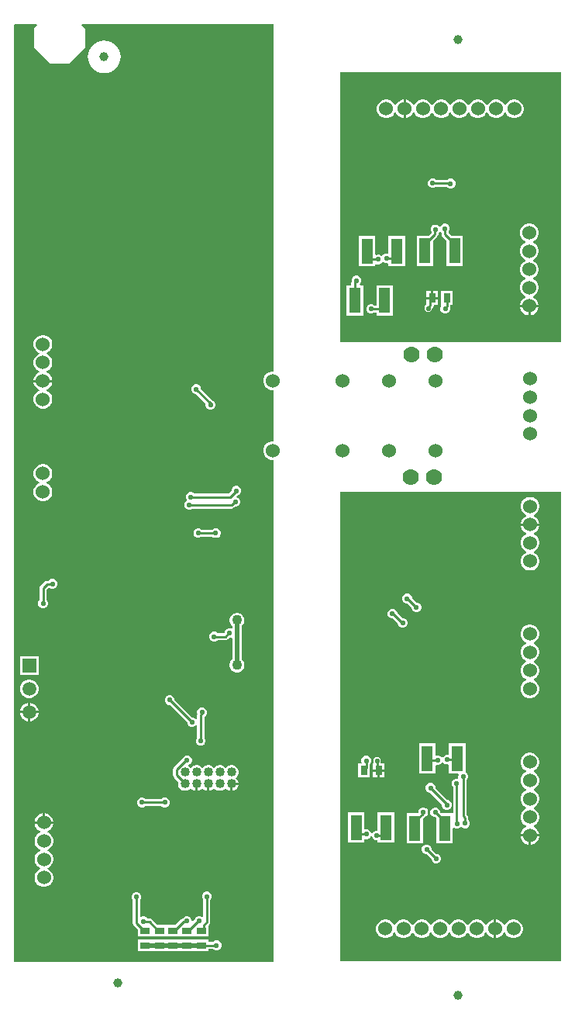
<source format=gbl>
G04*
G04 #@! TF.GenerationSoftware,Altium Limited,Altium Designer,21.3.1 (25)*
G04*
G04 Layer_Physical_Order=2*
G04 Layer_Color=16711680*
%FSLAX25Y25*%
%MOIN*%
G70*
G04*
G04 #@! TF.SameCoordinates,C2895D86-3F53-4CC5-9A74-561D9FEADA75*
G04*
G04*
G04 #@! TF.FilePolarity,Positive*
G04*
G01*
G75*
%ADD12C,0.01000*%
%ADD58R,0.03000X0.04000*%
%ADD73R,0.04000X0.03000*%
%ADD76C,0.03937*%
%ADD82C,0.01968*%
%ADD83C,0.06000*%
%ADD84C,0.04000*%
%ADD85C,0.07000*%
%ADD86C,0.05906*%
%ADD87R,0.05906X0.05906*%
%ADD88C,0.02165*%
%ADD89C,0.02165*%
%ADD90C,0.04331*%
%ADD91C,0.02000*%
%ADD92C,0.04300*%
%ADD93R,0.05118X0.11024*%
G36*
X400875Y465426D02*
X400489Y465104D01*
X305853D01*
Y581032D01*
X305981Y581086D01*
X400875D01*
Y465426D01*
D02*
G37*
G36*
X400824Y400721D02*
X400688Y199093D01*
X305985D01*
X305873Y199365D01*
Y400830D01*
X400280D01*
X400362Y400912D01*
X400824Y400721D01*
D02*
G37*
G36*
X175221Y601814D02*
X175413Y601352D01*
X173987Y599926D01*
Y595926D01*
Y591926D01*
X180987Y584926D01*
X188987D01*
X195987Y591926D01*
Y595926D01*
Y599926D01*
X194562Y601352D01*
X194753Y601814D01*
X277192Y601814D01*
X277192Y452504D01*
X276166D01*
X275149Y452231D01*
X274237Y451705D01*
X273492Y450960D01*
X272966Y450048D01*
X272693Y449031D01*
Y447977D01*
X272966Y446960D01*
X273492Y446048D01*
X274237Y445303D01*
X275149Y444776D01*
X276166Y444504D01*
X277192D01*
Y422504D01*
X276166D01*
X275149Y422231D01*
X274237Y421705D01*
X273492Y420960D01*
X272966Y420048D01*
X272693Y419031D01*
Y417977D01*
X272966Y416960D01*
X273492Y416048D01*
X274237Y415303D01*
X275149Y414777D01*
X276166Y414504D01*
X277192D01*
X277192Y198645D01*
X165469D01*
X165350Y601460D01*
X165703Y601814D01*
X175221Y601814D01*
D02*
G37*
%LPC*%
G36*
X381235Y569354D02*
X380182D01*
X379165Y569082D01*
X378253Y568555D01*
X377508Y567810D01*
X377048Y567015D01*
X376837Y566964D01*
X376706D01*
X376495Y567015D01*
X376035Y567810D01*
X375291Y568555D01*
X374379Y569082D01*
X373361Y569354D01*
X372308D01*
X371291Y569082D01*
X370379Y568555D01*
X369634Y567810D01*
X369175Y567015D01*
X368963Y566964D01*
X368832D01*
X368621Y567015D01*
X368161Y567810D01*
X367417Y568555D01*
X366505Y569082D01*
X365487Y569354D01*
X364434D01*
X363417Y569082D01*
X362505Y568555D01*
X361760Y567810D01*
X361300Y567015D01*
X361089Y566964D01*
X360958D01*
X360747Y567015D01*
X360287Y567810D01*
X359543Y568555D01*
X358630Y569082D01*
X357613Y569354D01*
X356560D01*
X355543Y569082D01*
X354630Y568555D01*
X353886Y567810D01*
X353426Y567015D01*
X353215Y566964D01*
X353084D01*
X352873Y567015D01*
X352413Y567810D01*
X351669Y568555D01*
X350757Y569082D01*
X349739Y569354D01*
X348686D01*
X347669Y569082D01*
X346757Y568555D01*
X346012Y567810D01*
X345552Y567015D01*
X345341Y566964D01*
X345210D01*
X344999Y567015D01*
X344539Y567810D01*
X343795Y568555D01*
X342882Y569082D01*
X341865Y569354D01*
X340812D01*
X339795Y569082D01*
X338882Y568555D01*
X338138Y567810D01*
X337678Y567015D01*
X337467Y566964D01*
X337336D01*
X337125Y567015D01*
X336665Y567810D01*
X335921Y568555D01*
X335009Y569082D01*
X333991Y569354D01*
X333965D01*
Y565354D01*
Y561354D01*
X333991D01*
X335009Y561627D01*
X335921Y562153D01*
X336665Y562898D01*
X337125Y563694D01*
X337336Y563744D01*
X337467D01*
X337678Y563694D01*
X338138Y562898D01*
X338882Y562153D01*
X339795Y561627D01*
X340812Y561354D01*
X341865D01*
X342882Y561627D01*
X343795Y562153D01*
X344539Y562898D01*
X344999Y563694D01*
X345210Y563744D01*
X345341D01*
X345552Y563694D01*
X346012Y562898D01*
X346757Y562153D01*
X347669Y561627D01*
X348686Y561354D01*
X349739D01*
X350757Y561627D01*
X351669Y562153D01*
X352413Y562898D01*
X352873Y563694D01*
X353084Y563744D01*
X353215D01*
X353426Y563694D01*
X353886Y562898D01*
X354630Y562153D01*
X355543Y561627D01*
X356560Y561354D01*
X357613D01*
X358630Y561627D01*
X359543Y562153D01*
X360287Y562898D01*
X360747Y563694D01*
X360958Y563744D01*
X361089D01*
X361300Y563694D01*
X361760Y562898D01*
X362505Y562153D01*
X363417Y561627D01*
X364434Y561354D01*
X365487D01*
X366505Y561627D01*
X367417Y562153D01*
X368161Y562898D01*
X368621Y563694D01*
X368832Y563744D01*
X368963D01*
X369175Y563694D01*
X369634Y562898D01*
X370379Y562153D01*
X371291Y561627D01*
X372308Y561354D01*
X373361D01*
X374379Y561627D01*
X375291Y562153D01*
X376035Y562898D01*
X376495Y563694D01*
X376706Y563744D01*
X376837D01*
X377048Y563694D01*
X377508Y562898D01*
X378253Y562153D01*
X379165Y561627D01*
X380182Y561354D01*
X381235D01*
X382253Y561627D01*
X383165Y562153D01*
X383910Y562898D01*
X384436Y563810D01*
X384709Y564828D01*
Y565881D01*
X384436Y566898D01*
X383910Y567810D01*
X383165Y568555D01*
X382253Y569082D01*
X381235Y569354D01*
D02*
G37*
G36*
X332965D02*
X332938D01*
X331921Y569082D01*
X331009Y568555D01*
X330264Y567810D01*
X329804Y567015D01*
X329593Y566964D01*
X329462D01*
X329251Y567015D01*
X328791Y567810D01*
X328047Y568555D01*
X327134Y569082D01*
X326117Y569354D01*
X325064D01*
X324047Y569082D01*
X323134Y568555D01*
X322390Y567810D01*
X321863Y566898D01*
X321590Y565881D01*
Y564828D01*
X321863Y563810D01*
X322390Y562898D01*
X323134Y562153D01*
X324047Y561627D01*
X325064Y561354D01*
X326117D01*
X327134Y561627D01*
X328047Y562153D01*
X328791Y562898D01*
X329251Y563694D01*
X329462Y563744D01*
X329593D01*
X329804Y563694D01*
X330264Y562898D01*
X331009Y562153D01*
X331921Y561627D01*
X332938Y561354D01*
X332965D01*
Y565354D01*
Y569354D01*
D02*
G37*
G36*
X346035Y535501D02*
X345207D01*
X344441Y535184D01*
X343856Y534598D01*
X343538Y533833D01*
Y533004D01*
X343856Y532239D01*
X344441Y531653D01*
X345207Y531336D01*
X346035D01*
X346801Y531653D01*
X346963Y531815D01*
X351799D01*
X352110Y531504D01*
X352875Y531187D01*
X353704D01*
X354469Y531504D01*
X355055Y532090D01*
X355372Y532856D01*
Y533684D01*
X355055Y534450D01*
X354469Y535036D01*
X353704Y535353D01*
X352875D01*
X352110Y535036D01*
X351948Y534874D01*
X347112D01*
X346801Y535184D01*
X346035Y535501D01*
D02*
G37*
G36*
X351242Y516024D02*
X350413D01*
X349648Y515707D01*
X349062Y515121D01*
X348975Y514910D01*
X348872Y514864D01*
X348401Y514831D01*
X347940Y515292D01*
X347174Y515609D01*
X346346D01*
X345580Y515292D01*
X344995Y514706D01*
X344677Y513940D01*
Y513112D01*
X344995Y512347D01*
X345008Y512333D01*
Y512198D01*
X343637Y510827D01*
X338682D01*
Y497804D01*
X345800D01*
Y508665D01*
X347619Y510483D01*
X347950Y510980D01*
X348067Y511565D01*
Y511887D01*
X348526Y512347D01*
X348575Y512466D01*
X349075Y512563D01*
X349419Y512236D01*
Y511359D01*
X349536Y510773D01*
X349867Y510277D01*
X351480Y508665D01*
Y497804D01*
X358598D01*
Y510827D01*
X353643D01*
X352478Y511992D01*
Y512646D01*
X352593Y512762D01*
X352910Y513527D01*
Y514356D01*
X352593Y515121D01*
X352008Y515707D01*
X351242Y516024D01*
D02*
G37*
G36*
X333739Y510790D02*
X326621D01*
Y503431D01*
X326205Y503153D01*
X326067Y503210D01*
X325239D01*
X324474Y502893D01*
X323888Y502308D01*
X323425Y502215D01*
X323248Y502392D01*
X322482Y502709D01*
X321654D01*
X321357Y502586D01*
X320941Y502864D01*
Y510790D01*
X313823D01*
Y497766D01*
X320941D01*
Y498389D01*
X321357Y498667D01*
X321654Y498544D01*
X322482D01*
X323248Y498861D01*
X323834Y499447D01*
X324297Y499539D01*
X324474Y499362D01*
X325239Y499045D01*
X326067D01*
X326205Y499102D01*
X326621Y498825D01*
Y497766D01*
X333739D01*
Y510790D01*
D02*
G37*
G36*
X347957Y487025D02*
X345957D01*
Y484525D01*
X347957D01*
Y487025D01*
D02*
G37*
G36*
X344957D02*
X342957D01*
Y484525D01*
X344957D01*
Y487025D01*
D02*
G37*
G36*
X387663Y516146D02*
X386609D01*
X385592Y515874D01*
X384680Y515347D01*
X383935Y514602D01*
X383408Y513690D01*
X383136Y512673D01*
Y511620D01*
X383408Y510602D01*
X383935Y509690D01*
X384680Y508945D01*
X385475Y508486D01*
X385526Y508275D01*
Y508143D01*
X385475Y507932D01*
X384680Y507473D01*
X383935Y506728D01*
X383408Y505816D01*
X383136Y504799D01*
Y503746D01*
X383408Y502728D01*
X383935Y501816D01*
X384680Y501071D01*
X385475Y500612D01*
X385526Y500401D01*
Y500269D01*
X385475Y500058D01*
X384680Y499599D01*
X383935Y498854D01*
X383408Y497942D01*
X383136Y496925D01*
Y495871D01*
X383408Y494854D01*
X383935Y493942D01*
X384680Y493197D01*
X385475Y492738D01*
X385526Y492527D01*
Y492395D01*
X385475Y492184D01*
X384680Y491725D01*
X383935Y490980D01*
X383408Y490068D01*
X383136Y489051D01*
Y487997D01*
X383408Y486980D01*
X383935Y486068D01*
X384680Y485323D01*
X385475Y484864D01*
X385526Y484653D01*
Y484521D01*
X385475Y484310D01*
X384680Y483851D01*
X383935Y483106D01*
X383408Y482194D01*
X383136Y481177D01*
Y481150D01*
X387136D01*
X391136D01*
Y481177D01*
X390863Y482194D01*
X390337Y483106D01*
X389592Y483851D01*
X388796Y484310D01*
X388746Y484521D01*
Y484653D01*
X388796Y484864D01*
X389592Y485323D01*
X390337Y486068D01*
X390863Y486980D01*
X391136Y487997D01*
Y489051D01*
X390863Y490068D01*
X390337Y490980D01*
X389592Y491725D01*
X388796Y492184D01*
X388746Y492395D01*
Y492527D01*
X388796Y492738D01*
X389592Y493197D01*
X390337Y493942D01*
X390863Y494854D01*
X391136Y495871D01*
Y496925D01*
X390863Y497942D01*
X390337Y498854D01*
X389592Y499599D01*
X388796Y500058D01*
X388746Y500269D01*
Y500401D01*
X388796Y500612D01*
X389592Y501071D01*
X390337Y501816D01*
X390863Y502728D01*
X391136Y503746D01*
Y504799D01*
X390863Y505816D01*
X390337Y506728D01*
X389592Y507473D01*
X388796Y507932D01*
X388746Y508143D01*
Y508275D01*
X388796Y508486D01*
X389592Y508945D01*
X390337Y509690D01*
X390863Y510602D01*
X391136Y511620D01*
Y512673D01*
X390863Y513690D01*
X390337Y514602D01*
X389592Y515347D01*
X388680Y515874D01*
X387663Y516146D01*
D02*
G37*
G36*
X328511Y489621D02*
X321393D01*
Y480900D01*
X320552D01*
X320269Y481183D01*
X319503Y481500D01*
X318675D01*
X317909Y481183D01*
X317323Y480597D01*
X317006Y479832D01*
Y479003D01*
X317323Y478238D01*
X317909Y477652D01*
X318675Y477335D01*
X319503D01*
X320269Y477652D01*
X320458Y477841D01*
X321393D01*
Y476597D01*
X328511D01*
Y489621D01*
D02*
G37*
G36*
X347957Y483525D02*
X342957D01*
Y483172D01*
X342927Y483025D01*
Y481433D01*
X342569Y481075D01*
X342238Y480579D01*
X342122Y479993D01*
Y479678D01*
X342238Y479093D01*
X342569Y478597D01*
X343066Y478265D01*
X343651Y478149D01*
X344236Y478265D01*
X344732Y478597D01*
X345064Y479093D01*
X345101Y479281D01*
X345538Y479718D01*
X345870Y480214D01*
X345986Y480799D01*
Y481025D01*
X347957D01*
Y483525D01*
D02*
G37*
G36*
X354204Y487025D02*
X349204D01*
Y481025D01*
X349204Y481025D01*
X349197Y480527D01*
X348909Y479832D01*
Y479003D01*
X349226Y478238D01*
X349812Y477652D01*
X350577Y477335D01*
X351406D01*
X352171Y477652D01*
X352757Y478238D01*
X353074Y479003D01*
Y479832D01*
X353063Y479858D01*
X353117Y479939D01*
X353233Y480525D01*
Y481025D01*
X354204D01*
Y487025D01*
D02*
G37*
G36*
X391136Y480150D02*
X387636D01*
Y476650D01*
X387663D01*
X388680Y476923D01*
X389592Y477449D01*
X390337Y478194D01*
X390863Y479106D01*
X391136Y480124D01*
Y480150D01*
D02*
G37*
G36*
X386636D02*
X383136D01*
Y480124D01*
X383408Y479106D01*
X383935Y478194D01*
X384680Y477449D01*
X385592Y476923D01*
X386609Y476650D01*
X386636D01*
Y480150D01*
D02*
G37*
G36*
X313186Y493648D02*
X312357D01*
X311592Y493331D01*
X311006Y492745D01*
X310689Y491980D01*
Y491151D01*
X310714Y491091D01*
X310625Y490641D01*
Y489621D01*
X308595D01*
Y476597D01*
X315713D01*
Y489621D01*
X314479D01*
X314272Y490121D01*
X314537Y490386D01*
X314854Y491151D01*
Y491980D01*
X314537Y492745D01*
X313951Y493331D01*
X313186Y493648D01*
D02*
G37*
G36*
X387966Y398594D02*
X386913D01*
X385896Y398322D01*
X384984Y397795D01*
X384239Y397051D01*
X383712Y396139D01*
X383440Y395121D01*
Y394068D01*
X383712Y393051D01*
X384239Y392139D01*
X384984Y391394D01*
X385779Y390934D01*
X385830Y390723D01*
Y390592D01*
X385779Y390381D01*
X384984Y389921D01*
X384239Y389177D01*
X383712Y388264D01*
X383440Y387247D01*
Y387221D01*
X387440D01*
X391440D01*
Y387247D01*
X391167Y388264D01*
X390640Y389177D01*
X389896Y389921D01*
X389100Y390381D01*
X389050Y390592D01*
Y390723D01*
X389100Y390934D01*
X389896Y391394D01*
X390640Y392139D01*
X391167Y393051D01*
X391440Y394068D01*
Y395121D01*
X391167Y396139D01*
X390640Y397051D01*
X389896Y397795D01*
X388984Y398322D01*
X387966Y398594D01*
D02*
G37*
G36*
X391440Y386221D02*
X387440D01*
X383440D01*
Y386194D01*
X383712Y385177D01*
X384239Y384264D01*
X384984Y383520D01*
X385779Y383060D01*
X385830Y382849D01*
Y382718D01*
X385779Y382507D01*
X384984Y382047D01*
X384239Y381303D01*
X383712Y380391D01*
X383440Y379373D01*
Y378320D01*
X383712Y377303D01*
X384239Y376391D01*
X384984Y375646D01*
X385779Y375186D01*
X385830Y374975D01*
Y374844D01*
X385779Y374633D01*
X384984Y374173D01*
X384239Y373429D01*
X383712Y372516D01*
X383440Y371499D01*
Y370446D01*
X383712Y369429D01*
X384239Y368516D01*
X384984Y367772D01*
X385896Y367245D01*
X386913Y366972D01*
X387966D01*
X388984Y367245D01*
X389896Y367772D01*
X390640Y368516D01*
X391167Y369429D01*
X391440Y370446D01*
Y371499D01*
X391167Y372516D01*
X390640Y373429D01*
X389896Y374173D01*
X389100Y374633D01*
X389050Y374844D01*
Y374975D01*
X389100Y375186D01*
X389896Y375646D01*
X390640Y376391D01*
X391167Y377303D01*
X391440Y378320D01*
Y379373D01*
X391167Y380391D01*
X390640Y381303D01*
X389896Y382047D01*
X389100Y382507D01*
X389050Y382718D01*
Y382849D01*
X389100Y383060D01*
X389896Y383520D01*
X390640Y384264D01*
X391167Y385177D01*
X391440Y386194D01*
Y386221D01*
D02*
G37*
G36*
X335016Y356979D02*
X334187D01*
X333422Y356662D01*
X332836Y356076D01*
X332519Y355311D01*
Y354482D01*
X332836Y353716D01*
X333422Y353131D01*
X334187Y352814D01*
X334654D01*
X336500Y350968D01*
Y350767D01*
X336817Y350001D01*
X337403Y349415D01*
X338168Y349098D01*
X338997D01*
X339762Y349415D01*
X340348Y350001D01*
X340665Y350767D01*
Y351595D01*
X340348Y352361D01*
X339762Y352947D01*
X338997Y353264D01*
X338530D01*
X336684Y355109D01*
Y355311D01*
X336367Y356076D01*
X335781Y356662D01*
X335016Y356979D01*
D02*
G37*
G36*
X328674Y350504D02*
X327846D01*
X327080Y350187D01*
X326494Y349602D01*
X326177Y348836D01*
Y348007D01*
X326494Y347242D01*
X327080Y346656D01*
X327846Y346339D01*
X328421D01*
X330594Y344166D01*
Y344074D01*
X330911Y343308D01*
X331497Y342723D01*
X332263Y342406D01*
X333091D01*
X333857Y342723D01*
X334443Y343308D01*
X334760Y344074D01*
Y344902D01*
X334443Y345668D01*
X333857Y346254D01*
X333091Y346571D01*
X332516D01*
X330343Y348744D01*
Y348836D01*
X330026Y349602D01*
X329440Y350187D01*
X328674Y350504D01*
D02*
G37*
G36*
X387928Y343764D02*
X386875D01*
X385858Y343491D01*
X384946Y342965D01*
X384201Y342220D01*
X383674Y341308D01*
X383402Y340290D01*
Y339237D01*
X383674Y338220D01*
X384201Y337308D01*
X384946Y336563D01*
X385741Y336104D01*
X385792Y335893D01*
Y335761D01*
X385741Y335550D01*
X384946Y335091D01*
X384201Y334346D01*
X383674Y333434D01*
X383402Y332416D01*
Y331363D01*
X383674Y330346D01*
X384201Y329434D01*
X384946Y328689D01*
X385741Y328230D01*
X385792Y328018D01*
Y327887D01*
X385741Y327676D01*
X384946Y327217D01*
X384201Y326472D01*
X383674Y325560D01*
X383402Y324542D01*
Y323489D01*
X383674Y322472D01*
X384201Y321560D01*
X384946Y320815D01*
X385741Y320356D01*
X385792Y320145D01*
Y320013D01*
X385741Y319802D01*
X384946Y319342D01*
X384201Y318598D01*
X383674Y317686D01*
X383402Y316668D01*
Y315615D01*
X383674Y314598D01*
X384201Y313686D01*
X384946Y312941D01*
X385858Y312414D01*
X386875Y312142D01*
X387928D01*
X388946Y312414D01*
X389858Y312941D01*
X390602Y313686D01*
X391129Y314598D01*
X391402Y315615D01*
Y316668D01*
X391129Y317686D01*
X390602Y318598D01*
X389858Y319342D01*
X389062Y319802D01*
X389011Y320013D01*
Y320145D01*
X389062Y320356D01*
X389858Y320815D01*
X390602Y321560D01*
X391129Y322472D01*
X391402Y323489D01*
Y324542D01*
X391129Y325560D01*
X390602Y326472D01*
X389858Y327217D01*
X389062Y327676D01*
X389011Y327887D01*
Y328018D01*
X389062Y328230D01*
X389858Y328689D01*
X390602Y329434D01*
X391129Y330346D01*
X391402Y331363D01*
Y332416D01*
X391129Y333434D01*
X390602Y334346D01*
X389858Y335091D01*
X389062Y335550D01*
X389011Y335761D01*
Y335893D01*
X389062Y336104D01*
X389858Y336563D01*
X390602Y337308D01*
X391129Y338220D01*
X391402Y339237D01*
Y340290D01*
X391129Y341308D01*
X390602Y342220D01*
X389858Y342965D01*
X388946Y343491D01*
X387928Y343764D01*
D02*
G37*
G36*
X359643Y292705D02*
X352525D01*
Y287969D01*
X352259Y287791D01*
X351431D01*
X350665Y287474D01*
X350079Y286888D01*
X350013Y286728D01*
X349708Y286691D01*
X349461Y286702D01*
X348912Y287251D01*
X348146Y287568D01*
X347318D01*
X347260Y287544D01*
X346845Y287822D01*
Y292705D01*
X339726D01*
Y279682D01*
X346845D01*
Y283149D01*
X347260Y283427D01*
X347318Y283403D01*
X348146D01*
X348912Y283720D01*
X349498Y284306D01*
X349564Y284466D01*
X349869Y284503D01*
X350116Y284492D01*
X350665Y283943D01*
X351431Y283626D01*
X352259D01*
X352525Y283448D01*
Y279682D01*
X356376D01*
X356710Y279182D01*
X356590Y278891D01*
Y278063D01*
X356655Y277907D01*
X356272Y277524D01*
X356211Y277549D01*
X355383D01*
X354618Y277232D01*
X354032Y276646D01*
X353714Y275881D01*
Y275052D01*
X354032Y274287D01*
X354358Y273961D01*
Y263152D01*
X354227Y262706D01*
X349272D01*
X348790Y263188D01*
Y263496D01*
X348473Y264261D01*
X347887Y264847D01*
X347121Y265164D01*
X346293D01*
X345527Y264847D01*
X344942Y264261D01*
X344624Y263496D01*
Y262667D01*
X344942Y261902D01*
X345527Y261316D01*
X346293Y260999D01*
X346654D01*
X347109Y260543D01*
Y249682D01*
X354227D01*
Y256229D01*
X354689Y256420D01*
X354797Y256313D01*
X355563Y255996D01*
X356391D01*
X357157Y256313D01*
X357743Y256898D01*
X357979Y256946D01*
X358340Y256585D01*
X359105Y256268D01*
X359934D01*
X360699Y256585D01*
X361285Y257171D01*
X361602Y257936D01*
Y258765D01*
X361285Y259530D01*
X360826Y259990D01*
Y260810D01*
X360709Y261395D01*
X360378Y261891D01*
X360202Y262067D01*
Y277061D01*
X360438Y277297D01*
X360755Y278063D01*
Y278891D01*
X360438Y279657D01*
X359853Y280242D01*
X359643Y280329D01*
Y292705D01*
D02*
G37*
G36*
X321690Y286750D02*
X321105Y286634D01*
X320608Y286302D01*
X320277Y285806D01*
X320160Y285221D01*
Y284102D01*
X319858D01*
Y281602D01*
X322358D01*
X324858D01*
Y284102D01*
X323219D01*
Y285221D01*
X323103Y285806D01*
X322771Y286302D01*
X322275Y286634D01*
X321690Y286750D01*
D02*
G37*
G36*
X324858Y280602D02*
X322858D01*
Y278101D01*
X324858D01*
Y280602D01*
D02*
G37*
G36*
X321858D02*
X319858D01*
Y278101D01*
X321858D01*
Y280602D01*
D02*
G37*
G36*
X317386Y287303D02*
X316558D01*
X315792Y286986D01*
X315206Y286401D01*
X314889Y285635D01*
Y284806D01*
X315009Y284517D01*
X314731Y284102D01*
X313611D01*
Y278101D01*
X318611D01*
Y283914D01*
X318738Y284041D01*
X319055Y284806D01*
Y285635D01*
X318738Y286401D01*
X318152Y286986D01*
X317386Y287303D01*
D02*
G37*
G36*
X345043Y275707D02*
X344214D01*
X343449Y275390D01*
X342863Y274804D01*
X342546Y274038D01*
Y273210D01*
X342863Y272444D01*
X343449Y271858D01*
X344214Y271541D01*
X344373D01*
X349572Y266342D01*
Y265833D01*
X349889Y265067D01*
X350475Y264481D01*
X351241Y264164D01*
X352069D01*
X352835Y264481D01*
X353421Y265067D01*
X353738Y265833D01*
Y266661D01*
X353421Y267427D01*
X352835Y268013D01*
X352069Y268330D01*
X351910D01*
X346711Y273529D01*
Y274038D01*
X346394Y274804D01*
X345808Y275390D01*
X345043Y275707D01*
D02*
G37*
G36*
X328992Y263097D02*
X321874D01*
Y255262D01*
X321820Y255226D01*
X320991D01*
X320226Y254909D01*
X319640Y254323D01*
X319542Y254088D01*
X319318Y254072D01*
X319022Y254137D01*
X318739Y254820D01*
X318153Y255406D01*
X317388Y255723D01*
X316559D01*
X316194Y255967D01*
Y263097D01*
X309075D01*
Y250073D01*
X316194D01*
Y251314D01*
X316559Y251558D01*
X317388D01*
X318153Y251875D01*
X318739Y252461D01*
X318836Y252696D01*
X319061Y252712D01*
X319357Y252647D01*
X319640Y251964D01*
X320226Y251378D01*
X320991Y251061D01*
X321820D01*
X321874Y251025D01*
Y250073D01*
X328992D01*
Y263097D01*
D02*
G37*
G36*
X387928Y288646D02*
X386875D01*
X385858Y288373D01*
X384946Y287846D01*
X384201Y287102D01*
X383674Y286190D01*
X383402Y285172D01*
Y284119D01*
X383674Y283102D01*
X384201Y282190D01*
X384946Y281445D01*
X385741Y280985D01*
X385792Y280774D01*
Y280643D01*
X385741Y280432D01*
X384946Y279973D01*
X384201Y279228D01*
X383674Y278316D01*
X383402Y277298D01*
Y276245D01*
X383674Y275228D01*
X384201Y274316D01*
X384946Y273571D01*
X385741Y273112D01*
X385792Y272900D01*
Y272769D01*
X385741Y272558D01*
X384946Y272098D01*
X384201Y271354D01*
X383674Y270442D01*
X383402Y269424D01*
Y268371D01*
X383674Y267354D01*
X384201Y266442D01*
X384946Y265697D01*
X385741Y265237D01*
X385792Y265026D01*
Y264895D01*
X385741Y264684D01*
X384946Y264224D01*
X384201Y263480D01*
X383674Y262568D01*
X383402Y261550D01*
Y260497D01*
X383674Y259480D01*
X384201Y258568D01*
X384946Y257823D01*
X385741Y257364D01*
X385792Y257152D01*
Y257021D01*
X385741Y256810D01*
X384946Y256350D01*
X384201Y255606D01*
X383674Y254694D01*
X383402Y253676D01*
Y253650D01*
X387402D01*
X391402D01*
Y253676D01*
X391129Y254694D01*
X390602Y255606D01*
X389858Y256350D01*
X389062Y256810D01*
X389011Y257021D01*
Y257152D01*
X389062Y257364D01*
X389858Y257823D01*
X390602Y258568D01*
X391129Y259480D01*
X391402Y260497D01*
Y261550D01*
X391129Y262568D01*
X390602Y263480D01*
X389858Y264224D01*
X389062Y264684D01*
X389011Y264895D01*
Y265026D01*
X389062Y265237D01*
X389858Y265697D01*
X390602Y266442D01*
X391129Y267354D01*
X391402Y268371D01*
Y269424D01*
X391129Y270442D01*
X390602Y271354D01*
X389858Y272098D01*
X389062Y272558D01*
X389011Y272769D01*
Y272900D01*
X389062Y273112D01*
X389858Y273571D01*
X390602Y274316D01*
X391129Y275228D01*
X391402Y276245D01*
Y277298D01*
X391129Y278316D01*
X390602Y279228D01*
X389858Y279973D01*
X389062Y280432D01*
X389011Y280643D01*
Y280774D01*
X389062Y280985D01*
X389858Y281445D01*
X390602Y282190D01*
X391129Y283102D01*
X391402Y284119D01*
Y285172D01*
X391129Y286190D01*
X390602Y287102D01*
X389858Y287846D01*
X388946Y288373D01*
X387928Y288646D01*
D02*
G37*
G36*
X341948Y265260D02*
X341120D01*
X340354Y264943D01*
X339769Y264357D01*
X339452Y263591D01*
Y262891D01*
X339266Y262706D01*
X334311D01*
Y249682D01*
X341429D01*
Y260543D01*
X342004Y261117D01*
X342714Y261411D01*
X343300Y261997D01*
X343617Y262763D01*
Y263591D01*
X343300Y264357D01*
X342714Y264943D01*
X341948Y265260D01*
D02*
G37*
G36*
X391402Y252650D02*
X387902D01*
Y249150D01*
X387928D01*
X388946Y249422D01*
X389858Y249949D01*
X390602Y250694D01*
X391129Y251606D01*
X391402Y252623D01*
Y252650D01*
D02*
G37*
G36*
X386902D02*
X383402D01*
Y252623D01*
X383674Y251606D01*
X384201Y250694D01*
X384946Y249949D01*
X385858Y249422D01*
X386875Y249150D01*
X386902D01*
Y252650D01*
D02*
G37*
G36*
X343433Y249223D02*
X342605D01*
X341839Y248906D01*
X341254Y248320D01*
X340936Y247554D01*
Y246726D01*
X341254Y245960D01*
X341839Y245374D01*
X342605Y245057D01*
X342990D01*
X344978Y243069D01*
Y242786D01*
X345295Y242021D01*
X345881Y241435D01*
X346646Y241118D01*
X347475D01*
X348240Y241435D01*
X348826Y242021D01*
X349143Y242786D01*
Y243615D01*
X348826Y244380D01*
X348240Y244966D01*
X347475Y245283D01*
X347090D01*
X345102Y247271D01*
Y247554D01*
X344785Y248320D01*
X344199Y248906D01*
X343433Y249223D01*
D02*
G37*
G36*
X371941Y217032D02*
X371914D01*
X370897Y216759D01*
X369985Y216232D01*
X369240Y215488D01*
X368781Y214692D01*
X368570Y214641D01*
X368438D01*
X368227Y214692D01*
X367768Y215488D01*
X367023Y216232D01*
X366111Y216759D01*
X365093Y217032D01*
X364040D01*
X363023Y216759D01*
X362111Y216232D01*
X361366Y215488D01*
X360907Y214692D01*
X360696Y214641D01*
X360564D01*
X360353Y214692D01*
X359894Y215488D01*
X359149Y216232D01*
X358237Y216759D01*
X357220Y217032D01*
X356166D01*
X355149Y216759D01*
X354237Y216232D01*
X353492Y215488D01*
X353033Y214692D01*
X352822Y214641D01*
X352690D01*
X352479Y214692D01*
X352020Y215488D01*
X351275Y216232D01*
X350363Y216759D01*
X349345Y217032D01*
X348292D01*
X347275Y216759D01*
X346363Y216232D01*
X345618Y215488D01*
X345159Y214692D01*
X344948Y214641D01*
X344816D01*
X344605Y214692D01*
X344146Y215488D01*
X343401Y216232D01*
X342489Y216759D01*
X341472Y217032D01*
X340418D01*
X339401Y216759D01*
X338489Y216232D01*
X337744Y215488D01*
X337285Y214692D01*
X337073Y214641D01*
X336942D01*
X336731Y214692D01*
X336272Y215488D01*
X335527Y216232D01*
X334615Y216759D01*
X333597Y217032D01*
X332544D01*
X331527Y216759D01*
X330615Y216232D01*
X329870Y215488D01*
X329411Y214692D01*
X329200Y214641D01*
X329068D01*
X328857Y214692D01*
X328398Y215488D01*
X327653Y216232D01*
X326741Y216759D01*
X325724Y217032D01*
X324670D01*
X323653Y216759D01*
X322741Y216232D01*
X321996Y215488D01*
X321469Y214575D01*
X321197Y213558D01*
Y212505D01*
X321469Y211488D01*
X321996Y210575D01*
X322741Y209831D01*
X323653Y209304D01*
X324670Y209032D01*
X325724D01*
X326741Y209304D01*
X327653Y209831D01*
X328398Y210575D01*
X328857Y211371D01*
X329068Y211422D01*
X329200D01*
X329411Y211371D01*
X329870Y210575D01*
X330615Y209831D01*
X331527Y209304D01*
X332544Y209032D01*
X333597D01*
X334615Y209304D01*
X335527Y209831D01*
X336272Y210575D01*
X336731Y211371D01*
X336942Y211422D01*
X337073D01*
X337285Y211371D01*
X337744Y210575D01*
X338489Y209831D01*
X339401Y209304D01*
X340418Y209032D01*
X341472D01*
X342489Y209304D01*
X343401Y209831D01*
X344146Y210575D01*
X344605Y211371D01*
X344816Y211422D01*
X344948D01*
X345159Y211371D01*
X345618Y210575D01*
X346363Y209831D01*
X347275Y209304D01*
X348292Y209032D01*
X349345D01*
X350363Y209304D01*
X351275Y209831D01*
X352020Y210575D01*
X352479Y211371D01*
X352690Y211422D01*
X352822D01*
X353033Y211371D01*
X353492Y210575D01*
X354237Y209831D01*
X355149Y209304D01*
X356166Y209032D01*
X357220D01*
X358237Y209304D01*
X359149Y209831D01*
X359894Y210575D01*
X360353Y211371D01*
X360564Y211422D01*
X360696D01*
X360907Y211371D01*
X361366Y210575D01*
X362111Y209831D01*
X363023Y209304D01*
X364040Y209032D01*
X365093D01*
X366111Y209304D01*
X367023Y209831D01*
X367768Y210575D01*
X368227Y211371D01*
X368438Y211422D01*
X368570D01*
X368781Y211371D01*
X369240Y210575D01*
X369985Y209831D01*
X370897Y209304D01*
X371914Y209032D01*
X371941D01*
Y213032D01*
Y217032D01*
D02*
G37*
G36*
X380842D02*
X379788D01*
X378771Y216759D01*
X377859Y216232D01*
X377114Y215488D01*
X376655Y214692D01*
X376444Y214641D01*
X376312D01*
X376101Y214692D01*
X375642Y215488D01*
X374897Y216232D01*
X373985Y216759D01*
X372968Y217032D01*
X372941D01*
Y213032D01*
Y209032D01*
X372968D01*
X373985Y209304D01*
X374897Y209831D01*
X375642Y210575D01*
X376101Y211371D01*
X376312Y211422D01*
X376444D01*
X376655Y211371D01*
X377114Y210575D01*
X377859Y209831D01*
X378771Y209304D01*
X379788Y209032D01*
X380842D01*
X381859Y209304D01*
X382771Y209831D01*
X383516Y210575D01*
X384042Y211488D01*
X384315Y212505D01*
Y213558D01*
X384042Y214575D01*
X383516Y215488D01*
X382771Y216232D01*
X381859Y216759D01*
X380842Y217032D01*
D02*
G37*
G36*
X204269Y594709D02*
X202896Y594574D01*
X201577Y594173D01*
X200361Y593523D01*
X199295Y592649D01*
X198420Y591583D01*
X197770Y590367D01*
X197370Y589047D01*
X197235Y587675D01*
X197370Y586303D01*
X197770Y584983D01*
X198420Y583767D01*
X199295Y582701D01*
X200361Y581826D01*
X201577Y581176D01*
X202896Y580776D01*
X204269Y580641D01*
X205641Y580776D01*
X206960Y581176D01*
X208176Y581826D01*
X209242Y582701D01*
X210117Y583767D01*
X210767Y584983D01*
X211167Y586303D01*
X211302Y587675D01*
X211167Y589047D01*
X210767Y590367D01*
X210117Y591583D01*
X209242Y592649D01*
X208176Y593523D01*
X206960Y594173D01*
X205641Y594574D01*
X204269Y594709D01*
D02*
G37*
G36*
X178479Y468173D02*
X177426D01*
X176409Y467901D01*
X175497Y467374D01*
X174752Y466629D01*
X174225Y465717D01*
X173953Y464700D01*
Y463647D01*
X174225Y462629D01*
X174752Y461717D01*
X175497Y460972D01*
X176292Y460513D01*
X176343Y460302D01*
Y460171D01*
X176292Y459959D01*
X175497Y459500D01*
X174752Y458755D01*
X174225Y457843D01*
X173953Y456826D01*
Y455773D01*
X174225Y454755D01*
X174752Y453843D01*
X175497Y453098D01*
X176292Y452639D01*
X176343Y452428D01*
Y452296D01*
X176292Y452085D01*
X175497Y451626D01*
X174752Y450881D01*
X174225Y449969D01*
X173953Y448952D01*
Y448925D01*
X177953D01*
X181953D01*
Y448952D01*
X181680Y449969D01*
X181154Y450881D01*
X180409Y451626D01*
X179613Y452085D01*
X179563Y452296D01*
Y452428D01*
X179613Y452639D01*
X180409Y453098D01*
X181154Y453843D01*
X181680Y454755D01*
X181953Y455773D01*
Y456826D01*
X181680Y457843D01*
X181154Y458755D01*
X180409Y459500D01*
X179613Y459959D01*
X179563Y460171D01*
Y460302D01*
X179613Y460513D01*
X180409Y460972D01*
X181154Y461717D01*
X181680Y462629D01*
X181953Y463647D01*
Y464700D01*
X181680Y465717D01*
X181154Y466629D01*
X180409Y467374D01*
X179497Y467901D01*
X178479Y468173D01*
D02*
G37*
G36*
X181953Y447925D02*
X177953D01*
X173953D01*
Y447899D01*
X174225Y446881D01*
X174752Y445969D01*
X175497Y445224D01*
X176292Y444765D01*
X176343Y444554D01*
Y444422D01*
X176292Y444211D01*
X175497Y443752D01*
X174752Y443007D01*
X174225Y442095D01*
X173953Y441078D01*
Y440025D01*
X174225Y439007D01*
X174752Y438095D01*
X175497Y437350D01*
X176409Y436824D01*
X177426Y436551D01*
X178479D01*
X179497Y436824D01*
X180409Y437350D01*
X181154Y438095D01*
X181680Y439007D01*
X181953Y440025D01*
Y441078D01*
X181680Y442095D01*
X181154Y443007D01*
X180409Y443752D01*
X179613Y444211D01*
X179563Y444422D01*
Y444554D01*
X179613Y444765D01*
X180409Y445224D01*
X181154Y445969D01*
X181680Y446881D01*
X181953Y447899D01*
Y447925D01*
D02*
G37*
G36*
X244284Y446965D02*
X243456D01*
X242690Y446648D01*
X242104Y446062D01*
X241787Y445296D01*
Y444468D01*
X242104Y443702D01*
X242690Y443116D01*
X243456Y442799D01*
X243790D01*
X247937Y438652D01*
X247917Y438603D01*
Y437775D01*
X248234Y437009D01*
X248820Y436423D01*
X249586Y436106D01*
X250414D01*
X251180Y436423D01*
X251766Y437009D01*
X252083Y437775D01*
Y438603D01*
X251766Y439369D01*
X251180Y439955D01*
X250805Y440110D01*
X245953Y444962D01*
Y445296D01*
X245636Y446062D01*
X245050Y446648D01*
X244284Y446965D01*
D02*
G37*
G36*
X261524Y403367D02*
X260696D01*
X259930Y403050D01*
X259344Y402464D01*
X259027Y401698D01*
Y401365D01*
X257801Y400138D01*
X242937D01*
X242701Y400375D01*
X241935Y400692D01*
X241107D01*
X240341Y400375D01*
X239755Y399789D01*
X239438Y399023D01*
Y398195D01*
X239755Y397429D01*
X239818Y397366D01*
X239673Y396805D01*
X239173Y396305D01*
X238856Y395539D01*
Y394711D01*
X239173Y393946D01*
X239759Y393360D01*
X240524Y393042D01*
X241353D01*
X242118Y393360D01*
X242354Y393596D01*
X258983D01*
X259568Y393712D01*
X260065Y394044D01*
X260395Y394374D01*
X261044D01*
X261810Y394691D01*
X262396Y395277D01*
X262713Y396042D01*
Y396871D01*
X262396Y397636D01*
X261810Y398222D01*
X261397Y398393D01*
X261236Y398945D01*
X261433Y399202D01*
X261524D01*
X262290Y399519D01*
X262875Y400105D01*
X263193Y400870D01*
Y401698D01*
X262875Y402464D01*
X262290Y403050D01*
X261524Y403367D01*
D02*
G37*
G36*
X178479Y412661D02*
X177426D01*
X176409Y412389D01*
X175497Y411862D01*
X174752Y411118D01*
X174225Y410205D01*
X173953Y409188D01*
Y408135D01*
X174225Y407118D01*
X174752Y406205D01*
X175497Y405461D01*
X176292Y405001D01*
X176343Y404790D01*
Y404659D01*
X176292Y404448D01*
X175497Y403988D01*
X174752Y403243D01*
X174225Y402331D01*
X173953Y401314D01*
Y400261D01*
X174225Y399243D01*
X174752Y398331D01*
X175497Y397587D01*
X176409Y397060D01*
X177426Y396787D01*
X178479D01*
X179497Y397060D01*
X180409Y397587D01*
X181154Y398331D01*
X181680Y399243D01*
X181953Y400261D01*
Y401314D01*
X181680Y402331D01*
X181154Y403243D01*
X180409Y403988D01*
X179613Y404448D01*
X179563Y404659D01*
Y404790D01*
X179613Y405001D01*
X180409Y405461D01*
X181154Y406205D01*
X181680Y407118D01*
X181953Y408135D01*
Y409188D01*
X181680Y410205D01*
X181154Y411118D01*
X180409Y411862D01*
X179497Y412389D01*
X178479Y412661D01*
D02*
G37*
G36*
X245127Y385155D02*
X244299D01*
X243533Y384838D01*
X242948Y384252D01*
X242630Y383487D01*
Y382658D01*
X242948Y381892D01*
X243533Y381307D01*
X244299Y380990D01*
X245127D01*
X245893Y381307D01*
X246119Y381533D01*
X250861D01*
X251107Y381288D01*
X251872Y380971D01*
X252701D01*
X253466Y381288D01*
X254052Y381873D01*
X254369Y382639D01*
Y383468D01*
X254052Y384233D01*
X253466Y384819D01*
X252701Y385136D01*
X251872D01*
X251107Y384819D01*
X250880Y384592D01*
X246139D01*
X245893Y384838D01*
X245127Y385155D01*
D02*
G37*
G36*
X182428Y363346D02*
X181599D01*
X180834Y363029D01*
X180375Y362569D01*
X179685D01*
X179100Y362453D01*
X178604Y362122D01*
X176896Y360414D01*
X176565Y359917D01*
X176448Y359332D01*
Y354211D01*
X176212Y353975D01*
X175895Y353209D01*
Y352380D01*
X176212Y351615D01*
X176798Y351029D01*
X177563Y350712D01*
X178392D01*
X179157Y351029D01*
X179743Y351615D01*
X180060Y352380D01*
Y353209D01*
X179743Y353975D01*
X179507Y354211D01*
Y358699D01*
X180319Y359511D01*
X180821D01*
X180834Y359497D01*
X181599Y359180D01*
X182428D01*
X183194Y359497D01*
X183779Y360083D01*
X184096Y360849D01*
Y361677D01*
X183779Y362443D01*
X183194Y363029D01*
X182428Y363346D01*
D02*
G37*
G36*
X261832Y348819D02*
X261003D01*
X260202Y348605D01*
X259483Y348190D01*
X258897Y347603D01*
X258482Y346885D01*
X258267Y346084D01*
Y345255D01*
X258482Y344453D01*
X258897Y343735D01*
X259394Y343238D01*
Y342395D01*
X258979Y342117D01*
X258682Y342240D01*
X257854D01*
X257088Y341923D01*
X256502Y341337D01*
X256185Y340572D01*
Y340553D01*
X255720Y340089D01*
X252991D01*
X252754Y340325D01*
X251989Y340642D01*
X251161D01*
X250395Y340325D01*
X249809Y339739D01*
X249492Y338973D01*
Y338145D01*
X249809Y337379D01*
X250395Y336793D01*
X251161Y336476D01*
X251989D01*
X252754Y336793D01*
X252991Y337030D01*
X256354D01*
X256939Y337146D01*
X257435Y337478D01*
X258033Y338075D01*
X258682D01*
X258979Y338198D01*
X259394Y337920D01*
Y328810D01*
X258897Y328312D01*
X258482Y327594D01*
X258267Y326793D01*
Y325963D01*
X258482Y325162D01*
X258897Y324444D01*
X259483Y323857D01*
X260202Y323443D01*
X261003Y323228D01*
X261832D01*
X262633Y323443D01*
X263351Y323857D01*
X263938Y324444D01*
X264353Y325162D01*
X264567Y325963D01*
Y326793D01*
X264353Y327594D01*
X263938Y328312D01*
X263440Y328810D01*
Y343238D01*
X263938Y343735D01*
X264353Y344453D01*
X264567Y345255D01*
Y346084D01*
X264353Y346885D01*
X263938Y347603D01*
X263351Y348190D01*
X262633Y348605D01*
X261832Y348819D01*
D02*
G37*
G36*
X176000Y330095D02*
X168095D01*
Y322189D01*
X176000D01*
Y330095D01*
D02*
G37*
G36*
X172568Y320094D02*
X171527D01*
X170521Y319825D01*
X169620Y319305D01*
X168884Y318569D01*
X168364Y317667D01*
X168095Y316662D01*
Y315621D01*
X168364Y314616D01*
X168884Y313715D01*
X169620Y312979D01*
X170521Y312458D01*
X171527Y312189D01*
X172568D01*
X173573Y312458D01*
X174474Y312979D01*
X175210Y313715D01*
X175731Y314616D01*
X176000Y315621D01*
Y316662D01*
X175731Y317667D01*
X175210Y318569D01*
X174474Y319305D01*
X173573Y319825D01*
X172568Y320094D01*
D02*
G37*
G36*
Y310094D02*
X172547D01*
Y306642D01*
X176000D01*
Y306662D01*
X175731Y307667D01*
X175210Y308569D01*
X174474Y309305D01*
X173573Y309825D01*
X172568Y310094D01*
D02*
G37*
G36*
X171547D02*
X171527D01*
X170521Y309825D01*
X169620Y309305D01*
X168884Y308569D01*
X168364Y307667D01*
X168095Y306662D01*
Y306642D01*
X171547D01*
Y310094D01*
D02*
G37*
G36*
X176000Y305642D02*
X172547D01*
Y302189D01*
X172568D01*
X173573Y302458D01*
X174474Y302979D01*
X175210Y303715D01*
X175731Y304616D01*
X176000Y305621D01*
Y305642D01*
D02*
G37*
G36*
X171547D02*
X168095D01*
Y305621D01*
X168364Y304616D01*
X168884Y303715D01*
X169620Y302979D01*
X170521Y302458D01*
X171527Y302189D01*
X171547D01*
Y305642D01*
D02*
G37*
G36*
X232814Y313423D02*
X231986D01*
X231220Y313106D01*
X230634Y312520D01*
X230317Y311755D01*
Y310926D01*
X230634Y310161D01*
X231220Y309575D01*
X231986Y309258D01*
X232411D01*
X239991Y301678D01*
Y301344D01*
X240308Y300578D01*
X240894Y299993D01*
X241659Y299676D01*
X242488D01*
X243253Y299993D01*
X243772Y300511D01*
X244089Y300451D01*
X244272Y300358D01*
Y295162D01*
X244036Y294926D01*
X243719Y294160D01*
Y293332D01*
X244036Y292566D01*
X244621Y291980D01*
X245387Y291663D01*
X246216D01*
X246981Y291980D01*
X247567Y292566D01*
X247884Y293332D01*
Y294160D01*
X247567Y294926D01*
X247331Y295162D01*
Y304137D01*
X247477Y304198D01*
X248063Y304784D01*
X248380Y305549D01*
Y306378D01*
X248063Y307143D01*
X247477Y307729D01*
X246712Y308046D01*
X245883D01*
X245118Y307729D01*
X244532Y307143D01*
X244215Y306378D01*
Y305549D01*
X244307Y305327D01*
X244272Y305152D01*
Y303158D01*
X244089Y303065D01*
X243772Y303005D01*
X243253Y303524D01*
X242488Y303841D01*
X242154D01*
X234483Y311512D01*
Y311755D01*
X234166Y312520D01*
X233580Y313106D01*
X232814Y313423D01*
D02*
G37*
G36*
X262027Y274815D02*
X259555D01*
Y272343D01*
X260213Y272519D01*
X260897Y272914D01*
X261456Y273473D01*
X261851Y274157D01*
X262027Y274815D01*
D02*
G37*
G36*
X240314Y287495D02*
X239486D01*
X238720Y287178D01*
X238135Y286592D01*
X238041Y286366D01*
X237899Y286271D01*
X234302Y282675D01*
X233970Y282178D01*
X233854Y281593D01*
Y278987D01*
X233970Y278401D01*
X234302Y277905D01*
X236149Y276059D01*
X236055Y275710D01*
Y274920D01*
X236260Y274157D01*
X236654Y273473D01*
X237213Y272914D01*
X237897Y272519D01*
X238660Y272315D01*
X239450D01*
X240213Y272519D01*
X240897Y272914D01*
X241216Y273233D01*
X241555Y273418D01*
X241895Y273233D01*
X242213Y272914D01*
X242897Y272519D01*
X243555Y272343D01*
Y275315D01*
X244555D01*
Y272343D01*
X245213Y272519D01*
X245897Y272914D01*
X246216Y273233D01*
X246555Y273418D01*
X246895Y273233D01*
X247213Y272914D01*
X247897Y272519D01*
X248555Y272343D01*
Y275315D01*
X249555D01*
Y272343D01*
X250213Y272519D01*
X250897Y272914D01*
X251216Y273233D01*
X251555Y273418D01*
X251894Y273233D01*
X252213Y272914D01*
X252897Y272519D01*
X253660Y272315D01*
X254450D01*
X255213Y272519D01*
X255897Y272914D01*
X256216Y273233D01*
X256555Y273418D01*
X256894Y273233D01*
X257213Y272914D01*
X257897Y272519D01*
X258555Y272343D01*
Y275315D01*
X259055D01*
Y275815D01*
X262027D01*
X261851Y276473D01*
X261456Y277157D01*
X261137Y277476D01*
X260951Y277815D01*
X261137Y278154D01*
X261456Y278473D01*
X261851Y279157D01*
X262055Y279920D01*
Y280710D01*
X261851Y281473D01*
X261456Y282157D01*
X260897Y282716D01*
X260213Y283110D01*
X259450Y283315D01*
X258660D01*
X257897Y283110D01*
X257213Y282716D01*
X256894Y282397D01*
X256555Y282211D01*
X256216Y282397D01*
X255897Y282716D01*
X255213Y283110D01*
X254450Y283315D01*
X253660D01*
X252897Y283110D01*
X252213Y282716D01*
X251894Y282397D01*
X251555Y282211D01*
X251216Y282397D01*
X250897Y282716D01*
X250213Y283110D01*
X249450Y283315D01*
X248660D01*
X247897Y283110D01*
X247213Y282716D01*
X246895Y282397D01*
X246555Y282211D01*
X246216Y282397D01*
X245897Y282716D01*
X245213Y283110D01*
X244450Y283315D01*
X243660D01*
X242897Y283110D01*
X242213Y282716D01*
X241895Y282397D01*
X241555Y282211D01*
X241216Y282397D01*
X240897Y282716D01*
X240580Y282899D01*
X240616Y283455D01*
X241080Y283647D01*
X241666Y284233D01*
X241983Y284998D01*
Y285827D01*
X241666Y286592D01*
X241080Y287178D01*
X240314Y287495D01*
D02*
G37*
G36*
X230729Y269406D02*
X229901D01*
X229135Y269089D01*
X228899Y268852D01*
X221888D01*
X221652Y269089D01*
X220887Y269406D01*
X220058D01*
X219293Y269089D01*
X218707Y268503D01*
X218390Y267737D01*
Y266909D01*
X218707Y266143D01*
X219293Y265557D01*
X220058Y265240D01*
X220887D01*
X221652Y265557D01*
X221888Y265793D01*
X228899D01*
X229135Y265557D01*
X229901Y265240D01*
X230729D01*
X231495Y265557D01*
X232081Y266143D01*
X232398Y266909D01*
Y267737D01*
X232081Y268503D01*
X231495Y269089D01*
X230729Y269406D01*
D02*
G37*
G36*
X178873Y262661D02*
X178847D01*
Y259161D01*
X182346D01*
Y259188D01*
X182074Y260205D01*
X181547Y261118D01*
X180803Y261862D01*
X179890Y262389D01*
X178873Y262661D01*
D02*
G37*
G36*
X177847D02*
X177820D01*
X176803Y262389D01*
X175890Y261862D01*
X175146Y261118D01*
X174619Y260205D01*
X174346Y259188D01*
Y259161D01*
X177847D01*
Y262661D01*
D02*
G37*
G36*
X182346Y258161D02*
X178347D01*
X174346D01*
Y258135D01*
X174619Y257118D01*
X175146Y256205D01*
X175890Y255461D01*
X176686Y255001D01*
X176737Y254790D01*
Y254659D01*
X176686Y254448D01*
X175890Y253988D01*
X175146Y253243D01*
X174619Y252331D01*
X174346Y251314D01*
Y250261D01*
X174619Y249243D01*
X175146Y248331D01*
X175890Y247587D01*
X176686Y247127D01*
X176737Y246916D01*
Y246785D01*
X176686Y246574D01*
X175890Y246114D01*
X175146Y245370D01*
X174619Y244457D01*
X174346Y243440D01*
Y242387D01*
X174619Y241370D01*
X175146Y240457D01*
X175890Y239713D01*
X176686Y239253D01*
X176737Y239042D01*
Y238911D01*
X176686Y238700D01*
X175890Y238240D01*
X175146Y237495D01*
X174619Y236583D01*
X174346Y235566D01*
Y234513D01*
X174619Y233495D01*
X175146Y232583D01*
X175890Y231839D01*
X176803Y231312D01*
X177820Y231039D01*
X178873D01*
X179890Y231312D01*
X180803Y231839D01*
X181547Y232583D01*
X182074Y233495D01*
X182346Y234513D01*
Y235566D01*
X182074Y236583D01*
X181547Y237495D01*
X180803Y238240D01*
X180007Y238700D01*
X179956Y238911D01*
Y239042D01*
X180007Y239253D01*
X180803Y239713D01*
X181547Y240457D01*
X182074Y241370D01*
X182346Y242387D01*
Y243440D01*
X182074Y244457D01*
X181547Y245370D01*
X180803Y246114D01*
X180007Y246574D01*
X179956Y246785D01*
Y246916D01*
X180007Y247127D01*
X180803Y247587D01*
X181547Y248331D01*
X182074Y249243D01*
X182346Y250261D01*
Y251314D01*
X182074Y252331D01*
X181547Y253243D01*
X180803Y253988D01*
X180007Y254448D01*
X179956Y254659D01*
Y254790D01*
X180007Y255001D01*
X180803Y255461D01*
X181547Y256205D01*
X182074Y257118D01*
X182346Y258135D01*
Y258161D01*
D02*
G37*
G36*
X248821Y228968D02*
X247993D01*
X247228Y228651D01*
X246642Y228065D01*
X246325Y227300D01*
Y226471D01*
X246642Y225706D01*
X246878Y225469D01*
Y218190D01*
X246378Y217983D01*
X246257Y218104D01*
X245492Y218421D01*
X244663D01*
X243898Y218104D01*
X243312Y217518D01*
X243080Y216958D01*
X242424Y216302D01*
X241924Y216510D01*
Y216739D01*
X241607Y217505D01*
X241021Y218090D01*
X240256Y218408D01*
X239427D01*
X238662Y218090D01*
X238159Y217588D01*
X237793Y217515D01*
X237297Y217183D01*
X234784Y214670D01*
X227135D01*
X224717Y217088D01*
X224221Y217420D01*
X223635Y217536D01*
X222816D01*
X222357Y217996D01*
X221591Y218313D01*
X220763D01*
X220157Y218062D01*
X219657Y218309D01*
Y225287D01*
X219894Y225523D01*
X220211Y226289D01*
Y227117D01*
X219894Y227883D01*
X219308Y228468D01*
X218542Y228786D01*
X217714D01*
X216948Y228468D01*
X216362Y227883D01*
X216045Y227117D01*
Y226289D01*
X216362Y225523D01*
X216599Y225287D01*
Y215472D01*
X216715Y214887D01*
X217046Y214390D01*
X218930Y212507D01*
Y209670D01*
X224929D01*
X224929Y209670D01*
X224972D01*
Y209670D01*
X225430Y209670D01*
X236455D01*
X236947Y209670D01*
Y209670D01*
X236955D01*
Y209670D01*
X242460D01*
X242955Y209670D01*
Y209670D01*
X242960D01*
Y209670D01*
X248960D01*
Y214406D01*
X249489Y214934D01*
X249820Y215431D01*
X249937Y216016D01*
Y225469D01*
X250173Y225706D01*
X250490Y226471D01*
Y227300D01*
X250173Y228065D01*
X249587Y228651D01*
X248821Y228968D01*
D02*
G37*
G36*
X236955Y208423D02*
X236947D01*
Y208423D01*
X224972D01*
Y208423D01*
X224929D01*
Y208423D01*
X218930D01*
Y203423D01*
X224929D01*
Y203423D01*
X224972D01*
Y203423D01*
X236455D01*
X236947Y203423D01*
Y203423D01*
X236955D01*
Y203423D01*
X242460D01*
X242955Y203423D01*
Y203423D01*
X242960D01*
Y203423D01*
X248960D01*
Y204408D01*
X251182D01*
X251419Y204171D01*
X252184Y203854D01*
X253013D01*
X253778Y204171D01*
X254364Y204757D01*
X254681Y205523D01*
Y206351D01*
X254364Y207117D01*
X253778Y207702D01*
X253013Y208019D01*
X252184D01*
X251419Y207702D01*
X251182Y207466D01*
X248960D01*
Y208423D01*
X243455D01*
X242955Y208423D01*
Y208423D01*
X242955Y208423D01*
X237447D01*
X236955Y208423D01*
Y208423D01*
D02*
G37*
%LPD*%
D12*
X359296Y258574D02*
Y260810D01*
X358673Y261433D02*
X359296Y260810D01*
X358673Y261433D02*
Y278477D01*
X359296Y258574D02*
X359519Y258351D01*
X330180Y503187D02*
Y504278D01*
X325653Y501128D02*
X328121D01*
X330180Y503187D01*
X321406Y253144D02*
X323374D01*
X325433Y255203D01*
Y256585D01*
X221400Y216007D02*
X223635D01*
X221177Y216230D02*
X221400Y216007D01*
X223635D02*
X227472Y212170D01*
X319441Y500627D02*
X322068D01*
X317382Y502686D02*
X319441Y500627D01*
X317382Y502686D02*
Y504278D01*
X350828Y513941D02*
X350949Y513820D01*
Y511359D02*
X355039Y507268D01*
X350949Y511359D02*
Y513820D01*
X346537Y513303D02*
X346760Y513526D01*
X346537Y511565D02*
Y513303D01*
X342241Y507268D02*
X346537Y511565D01*
X245974Y205937D02*
X252598D01*
X245960Y205923D02*
X245974Y205937D01*
X246976Y214584D02*
X248407Y216016D01*
X245960Y212170D02*
X245976D01*
X246976Y213170D02*
Y214584D01*
X245976Y212170D02*
X246976Y213170D01*
X248407Y216016D02*
Y226885D01*
X244854Y216115D02*
X245077Y216338D01*
X239955Y212170D02*
X240455D01*
X244400Y216115D01*
X244854D01*
X239618Y216102D02*
X239841Y216325D01*
X233947Y212170D02*
X234447D01*
X238378Y216102D01*
X239618D01*
X227472Y212170D02*
X227972D01*
X221429D02*
X221930D01*
X218128Y215472D02*
X221429Y212170D01*
X218128Y215472D02*
Y226703D01*
X232400Y311340D02*
X232491D01*
X242073Y301758D01*
X246298Y305648D02*
Y305963D01*
X245801Y305152D02*
X246298Y305648D01*
X328502Y348422D02*
X332435Y344488D01*
X332677D01*
X328260Y348422D02*
X328502D01*
X324952Y481429D02*
Y483109D01*
X319136Y479370D02*
X322893D01*
X319089Y479417D02*
X319136Y479370D01*
X322893D02*
X324952Y481429D01*
X351704Y480525D02*
Y484025D01*
X351214Y479956D02*
Y480035D01*
X351704Y480525D01*
X350991Y479749D02*
X351007D01*
X351214Y479956D01*
X321690Y281770D02*
X322358Y281101D01*
X321690Y281770D02*
Y285221D01*
X316111Y281101D02*
X316972Y281962D01*
Y285221D01*
X351845Y285709D02*
X355599D01*
X356084Y286193D01*
X312634Y255700D02*
X314694Y253641D01*
X316973D01*
X312634Y255700D02*
Y256585D01*
X346734Y263081D02*
X350668Y259147D01*
X346707Y263081D02*
X346734D01*
X350668Y256194D02*
Y259147D01*
X337870D02*
X341311Y262588D01*
Y262954D02*
X341534Y263177D01*
X337870Y256194D02*
Y259147D01*
X341311Y262588D02*
Y262954D01*
X347010Y243200D02*
X347061D01*
X343070Y247140D02*
X347010Y243200D01*
X343019Y247140D02*
X343070D01*
X343286Y286193D02*
X343993Y285486D01*
X347732D01*
X355887Y258168D02*
Y275377D01*
X355797Y275466D02*
X355887Y275377D01*
Y258168D02*
X355977Y258078D01*
X344628Y273449D02*
X351655Y266422D01*
X344628Y273449D02*
Y273624D01*
X351655Y266247D02*
Y266422D01*
X345621Y533419D02*
X345695Y533344D01*
X353215D02*
X353290Y533270D01*
X345695Y533344D02*
X353215D01*
X312154Y490641D02*
X312772Y491259D01*
Y491566D01*
X344457Y483025D02*
X345457Y484025D01*
X344457Y480799D02*
Y483025D01*
X343651Y479993D02*
X344457Y480799D01*
X343651Y479678D02*
Y479993D01*
X312154Y483109D02*
Y490641D01*
X355039Y504316D02*
Y507268D01*
X342241Y504316D02*
Y507268D01*
X245801Y293746D02*
Y305152D01*
X258434Y398609D02*
X261110Y401284D01*
X241521Y398609D02*
X258434D01*
X240938Y395125D02*
X258983D01*
X260315Y396457D01*
X181791Y361040D02*
X182014Y361263D01*
X179685Y361040D02*
X181791D01*
X177978Y359332D02*
X179685Y361040D01*
X177978Y352795D02*
Y359332D01*
X252277Y383063D02*
X252287Y383053D01*
X244713Y383072D02*
X244723Y383063D01*
X252277D01*
X235384Y278987D02*
Y281593D01*
Y278987D02*
X239055Y275315D01*
X235384Y281593D02*
X238980Y285190D01*
X239677D02*
X239900Y285413D01*
X238980Y285190D02*
X239677D01*
X334602Y354896D02*
X334735D01*
X338450Y351181D01*
X338583D01*
X260315Y396457D02*
X260630D01*
X243870Y444882D02*
X250000Y438752D01*
Y438189D02*
Y438752D01*
X220472Y267323D02*
X230315D01*
X257952Y340158D02*
X258268D01*
X251575Y338559D02*
X256354D01*
X257952Y340158D01*
D58*
X322358Y281101D02*
D03*
X316111D02*
D03*
X351704Y484025D02*
D03*
X345457D02*
D03*
D73*
X221930Y205923D02*
D03*
Y212170D02*
D03*
X227972Y205923D02*
D03*
Y212170D02*
D03*
X233947Y205923D02*
D03*
Y212170D02*
D03*
X239955Y205923D02*
D03*
Y212170D02*
D03*
X245960Y205923D02*
D03*
Y212170D02*
D03*
D76*
X356528Y184576D02*
D03*
X204269Y587675D02*
D03*
X210236Y189764D02*
D03*
X356367Y595170D02*
D03*
D82*
X239955Y205923D02*
X245960D01*
X233947D02*
X239955D01*
X227972D02*
X233947D01*
X221930D02*
X227972D01*
X261417Y326378D02*
Y345669D01*
D83*
X387402Y331890D02*
D03*
Y339764D02*
D03*
Y324016D02*
D03*
Y316142D02*
D03*
X325197Y213032D02*
D03*
X340945D02*
D03*
X348819D02*
D03*
X356693D02*
D03*
X364567D02*
D03*
X372441D02*
D03*
X380315D02*
D03*
X333071D02*
D03*
X380709Y565354D02*
D03*
X364961D02*
D03*
X357087D02*
D03*
X349213D02*
D03*
X341339D02*
D03*
X333465D02*
D03*
X325590D02*
D03*
X372835D02*
D03*
X177953Y400787D02*
D03*
Y408661D02*
D03*
X178347Y258661D02*
D03*
Y250787D02*
D03*
Y235039D02*
D03*
Y242913D02*
D03*
X177953Y464173D02*
D03*
Y456299D02*
D03*
Y440551D02*
D03*
Y448425D02*
D03*
X387330Y425700D02*
D03*
Y433574D02*
D03*
Y449322D02*
D03*
Y441448D02*
D03*
X387440Y370972D02*
D03*
Y378847D02*
D03*
Y394595D02*
D03*
Y386720D02*
D03*
X276693Y448504D02*
D03*
Y418504D02*
D03*
X306693Y448504D02*
D03*
Y418504D02*
D03*
X326693Y448504D02*
D03*
Y418504D02*
D03*
X346693Y448504D02*
D03*
Y418504D02*
D03*
X387402Y276772D02*
D03*
Y284646D02*
D03*
Y268898D02*
D03*
Y261024D02*
D03*
Y253150D02*
D03*
X387136Y504272D02*
D03*
Y512146D02*
D03*
Y496398D02*
D03*
Y488524D02*
D03*
Y480650D02*
D03*
D84*
X249055Y280315D02*
D03*
Y275315D02*
D03*
X244055D02*
D03*
Y280315D02*
D03*
X239055D02*
D03*
Y275315D02*
D03*
X254055D02*
D03*
Y280315D02*
D03*
X259055D02*
D03*
Y275315D02*
D03*
D85*
X336063Y407087D02*
D03*
X346063D02*
D03*
X336457Y459842D02*
D03*
X346457D02*
D03*
D86*
X172047Y306142D02*
D03*
Y316142D02*
D03*
D87*
Y326142D02*
D03*
D88*
X191705Y353764D02*
D03*
X359519Y258351D02*
D03*
X325653Y501128D02*
D03*
X321406Y253144D02*
D03*
X221177Y216230D02*
D03*
X195761Y561037D02*
D03*
X205242Y552472D02*
D03*
X178762Y552406D02*
D03*
X322068Y500627D02*
D03*
X320866Y512866D02*
D03*
X350828Y513941D02*
D03*
X346760Y513526D02*
D03*
X252598Y205937D02*
D03*
X248407Y226885D02*
D03*
X245077Y216338D02*
D03*
X239841Y216325D02*
D03*
X218128Y226703D02*
D03*
X177978Y352795D02*
D03*
X221631Y356054D02*
D03*
X251575Y338559D02*
D03*
X319089Y479417D02*
D03*
X351914Y248429D02*
D03*
X331713Y252894D02*
D03*
X326825Y285185D02*
D03*
X336979Y285062D02*
D03*
X331738Y285103D02*
D03*
X321690Y285221D02*
D03*
X316972D02*
D03*
X351845Y285709D02*
D03*
X316973Y253641D02*
D03*
X341534Y263177D02*
D03*
X346707Y263081D02*
D03*
X343019Y247140D02*
D03*
X344628Y273624D02*
D03*
X355797Y275466D02*
D03*
X358673Y278477D02*
D03*
X347732Y285486D02*
D03*
X347061Y243200D02*
D03*
X355977Y258078D02*
D03*
X351655Y266247D02*
D03*
X353290Y533270D02*
D03*
X345621Y533419D02*
D03*
X336223Y512680D02*
D03*
X312772Y491566D02*
D03*
X350991Y479417D02*
D03*
X267766Y346760D02*
D03*
X267120Y319249D02*
D03*
X182014Y361263D02*
D03*
X181971Y376046D02*
D03*
X175982Y376055D02*
D03*
X202363Y376334D02*
D03*
X196801Y376212D02*
D03*
X222800Y500572D02*
D03*
X244713Y383072D02*
D03*
X252287Y383053D02*
D03*
X263542Y359996D02*
D03*
X254656Y353869D02*
D03*
X258268Y340158D02*
D03*
X190551Y281496D02*
D03*
X209449Y460236D02*
D03*
X207087Y521260D02*
D03*
X191732Y540551D02*
D03*
X170866Y523622D02*
D03*
X179867Y512259D02*
D03*
D89*
X319568Y354451D02*
D03*
X226766Y227426D02*
D03*
X207115Y237049D02*
D03*
X264539Y236386D02*
D03*
X206967Y218732D02*
D03*
X264677Y204311D02*
D03*
X232400Y311340D02*
D03*
X215181Y356537D02*
D03*
X246298Y305963D02*
D03*
X242073Y301758D02*
D03*
X328260Y348422D02*
D03*
X332677Y344488D02*
D03*
X338583Y351181D02*
D03*
X343651Y479417D02*
D03*
X333473D02*
D03*
X245801Y293746D02*
D03*
X316549Y319330D02*
D03*
X330993Y334411D02*
D03*
X241521Y398609D02*
D03*
X240938Y395125D02*
D03*
X261110Y401284D02*
D03*
X194377Y221913D02*
D03*
X243857Y378558D02*
D03*
X241761Y471252D02*
D03*
X226129Y560744D02*
D03*
X235246Y560783D02*
D03*
X248956Y461047D02*
D03*
X239900Y285413D02*
D03*
X233931Y289918D02*
D03*
X254044Y545441D02*
D03*
X334602Y354896D02*
D03*
X260630Y396457D02*
D03*
X250000Y438189D02*
D03*
X243870Y444882D02*
D03*
X230315Y267323D02*
D03*
X220472D02*
D03*
D90*
X216715Y536055D02*
D03*
X253910Y515810D02*
D03*
X267035Y515921D02*
D03*
D91*
X212205Y378740D02*
D03*
X183071Y290551D02*
D03*
X172835Y338976D02*
D03*
D92*
X261417Y345669D02*
D03*
Y326378D02*
D03*
D93*
X350668Y256194D02*
D03*
X337870D02*
D03*
X356084Y286193D02*
D03*
X343286D02*
D03*
X317382Y504278D02*
D03*
X330180D02*
D03*
X325433Y256585D02*
D03*
X312634D02*
D03*
X342241Y504316D02*
D03*
X355039D02*
D03*
X324952Y483109D02*
D03*
X312154D02*
D03*
M02*

</source>
